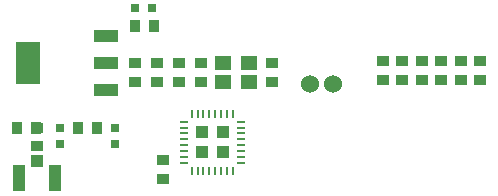
<source format=gtp>
G04 #@! TF.FileFunction,Paste,Top*
%FSLAX46Y46*%
G04 Gerber Fmt 4.6, Leading zero omitted, Abs format (unit mm)*
G04 Created by KiCad (PCBNEW 4.0.1-3.201512221401+6198~38~ubuntu15.10.1-stable) date Fri 01 Jan 2016 03:31:08 PM CST*
%MOMM*%
G01*
G04 APERTURE LIST*
%ADD10C,0.100000*%
%ADD11R,1.000000X0.950000*%
%ADD12R,1.400000X1.200000*%
%ADD13R,0.700000X0.250000*%
%ADD14R,0.250000X0.700000*%
%ADD15R,1.035000X1.035000*%
%ADD16R,0.649200X0.649200*%
%ADD17R,0.950000X1.000000*%
%ADD18R,1.000000X0.900000*%
%ADD19R,1.000000X1.000000*%
%ADD20R,1.000000X2.200000*%
%ADD21R,0.900000X1.000000*%
%ADD22C,1.524000*%
%ADD23R,2.032000X3.657600*%
%ADD24R,2.032000X1.016000*%
G04 APERTURE END LIST*
D10*
D11*
X77750000Y-98350000D03*
X77750000Y-96750000D03*
D12*
X85606700Y-96734120D03*
X83406700Y-96734120D03*
X85606700Y-98334120D03*
X83406700Y-98334120D03*
D13*
X80060800Y-101700000D03*
X80060800Y-102200000D03*
X80060800Y-102700000D03*
X80060800Y-103200000D03*
X80060800Y-103700000D03*
X80060800Y-104200000D03*
X80060800Y-104700000D03*
X80060800Y-105200000D03*
D14*
X80710800Y-105850000D03*
X81210800Y-105850000D03*
X81710800Y-105850000D03*
X82210800Y-105850000D03*
X82710800Y-105850000D03*
X83210800Y-105850000D03*
X83710800Y-105850000D03*
X84210800Y-105850000D03*
D13*
X84860800Y-105200000D03*
X84860800Y-104700000D03*
X84860800Y-104200000D03*
X84860800Y-103700000D03*
X84860800Y-103200000D03*
X84860800Y-102700000D03*
X84860800Y-102200000D03*
X84860800Y-101700000D03*
D14*
X84210800Y-101050000D03*
X83710800Y-101050000D03*
X83210800Y-101050000D03*
X82710800Y-101050000D03*
X82210800Y-101050000D03*
X81710800Y-101050000D03*
X81210800Y-101050000D03*
X80710800Y-101050000D03*
D15*
X83323300Y-104312500D03*
X83323300Y-102587500D03*
X81598300Y-104312500D03*
X81598300Y-102587500D03*
D16*
X77350000Y-92100000D03*
X75950000Y-92100000D03*
X69600000Y-102200000D03*
X69600000Y-103600000D03*
X74200000Y-102200000D03*
X74200000Y-103600000D03*
D11*
X75900000Y-96750000D03*
X75900000Y-98350000D03*
D17*
X75895200Y-93600000D03*
X77495200Y-93600000D03*
D11*
X78282800Y-104950000D03*
X78282800Y-106550000D03*
X81500000Y-98350000D03*
X81500000Y-96750000D03*
X87500000Y-96739000D03*
X87500000Y-98339000D03*
D17*
X72688200Y-102200000D03*
X71088200Y-102200000D03*
D18*
X103500000Y-96602280D03*
X103500000Y-98202280D03*
X96926360Y-96600000D03*
X96926360Y-98200000D03*
X98550000Y-96600000D03*
X98550000Y-98200000D03*
X101856500Y-96600000D03*
X101856500Y-98200000D03*
X100200000Y-96600000D03*
X100200000Y-98200000D03*
X79600000Y-96750000D03*
X79600000Y-98350000D03*
D19*
X67600000Y-105000000D03*
D20*
X69100000Y-106500000D03*
X66100000Y-106500000D03*
D18*
X67600000Y-102200000D03*
X67600000Y-103800000D03*
D21*
X65938400Y-102200000D03*
X67538400Y-102200000D03*
D18*
X105150000Y-96600000D03*
X105150000Y-98200000D03*
D22*
X92700000Y-98500000D03*
X90750000Y-98500000D03*
D23*
X66852800Y-96723200D03*
D24*
X73456800Y-96723200D03*
X73456800Y-94437200D03*
X73456800Y-99009200D03*
M02*

</source>
